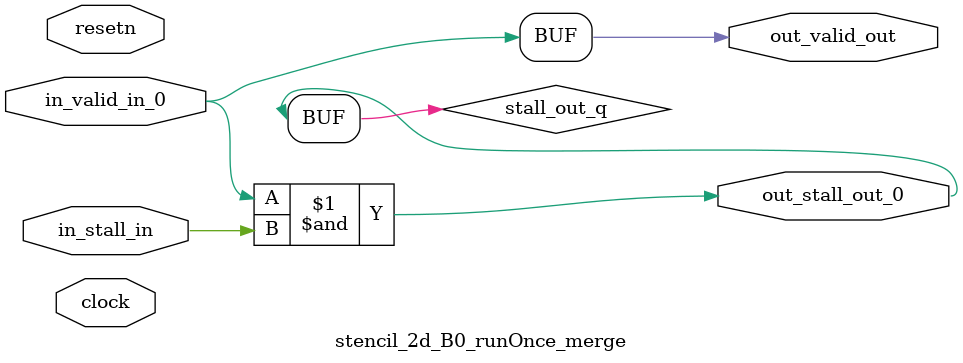
<source format=sv>



(* altera_attribute = "-name AUTO_SHIFT_REGISTER_RECOGNITION OFF; -name MESSAGE_DISABLE 10036; -name MESSAGE_DISABLE 10037; -name MESSAGE_DISABLE 14130; -name MESSAGE_DISABLE 14320; -name MESSAGE_DISABLE 15400; -name MESSAGE_DISABLE 14130; -name MESSAGE_DISABLE 10036; -name MESSAGE_DISABLE 12020; -name MESSAGE_DISABLE 12030; -name MESSAGE_DISABLE 12010; -name MESSAGE_DISABLE 12110; -name MESSAGE_DISABLE 14320; -name MESSAGE_DISABLE 13410; -name MESSAGE_DISABLE 113007; -name MESSAGE_DISABLE 10958" *)
module stencil_2d_B0_runOnce_merge (
    input wire [0:0] in_stall_in,
    input wire [0:0] in_valid_in_0,
    output wire [0:0] out_stall_out_0,
    output wire [0:0] out_valid_out,
    input wire clock,
    input wire resetn
    );

    wire [0:0] stall_out_q;


    // stall_out(LOGICAL,6)
    assign stall_out_q = in_valid_in_0 & in_stall_in;

    // out_stall_out_0(GPOUT,4)
    assign out_stall_out_0 = stall_out_q;

    // out_valid_out(GPOUT,5)
    assign out_valid_out = in_valid_in_0;

endmodule

</source>
